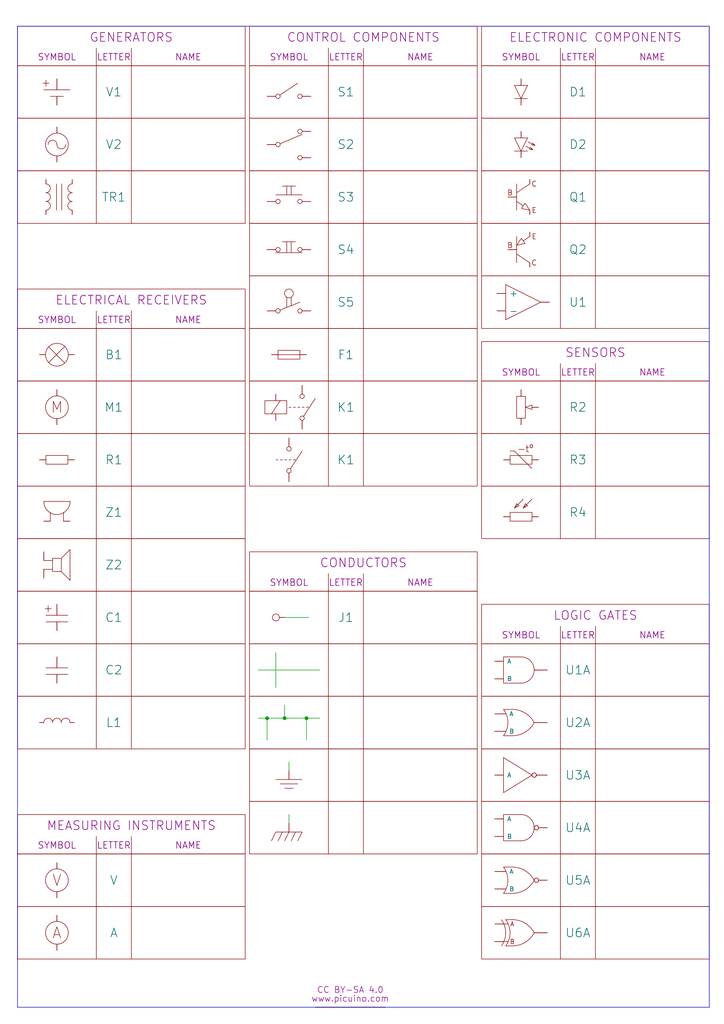
<source format=kicad_sch>
(kicad_sch (version 20230121) (generator eeschema)
  (paper "A4" portrait)
  (title_block (title "Símbolos eléctricos y electrónicos.") (date "23/10/2018") (company "www.picuino.com") (comment 1 "Copyright (c) 2018 by Carlos Pardo Martín") (comment 2 "License CC BY-SA 4.0"))
  (lib_symbols
    (symbol "electric-symbols-names-rescue:amperimetro-simbolos" (pin_names (offset 1.016))
      (property "Reference" "A" (at 5.08 -5.08 0))
      (symbol "amperimetro-simbolos_0_0"
        (text "A" (at 0 -5.08 0) (effects (font (size 3.175 3.175))))
      )
      (symbol "amperimetro-simbolos_0_1"
        (circle (center 0 -5.08) (radius 3.302))
      )
      (symbol "amperimetro-simbolos_1_1"
        (pin input line (at 0 -10.16 90) (length 1.778) (name "") (number ""))
        (pin input line (at 0 0 270) (length 1.778) (name "") (number ""))
      )
    )
    (symbol "electric-symbols-names-rescue:condensador-simbolos" (pin_names (offset 1.016))
      (property "Reference" "C" (at 3.81 -4.445 0))
      (symbol "condensador-simbolos_0_1"
        (polyline (pts (xy -3.175 -3.175) (xy 3.175 -3.175)))
        (polyline (pts (xy 3.175 -5.08) (xy -3.175 -5.08)))
      )
      (symbol "condensador-simbolos_1_1"
        (pin input line (at 0 -7.62 90) (length 2.54) (name "") (number ""))
        (pin input line (at 0 0 270) (length 3.175) (name "") (number ""))
      )
    )
    (symbol "electric-symbols-names-rescue:condensador_pol-simbolos" (pin_names (offset 1.016))
      (property "Reference" "C" (at 3.81 -4.445 0))
      (symbol "condensador_pol-simbolos_0_1"
        (polyline (pts (xy -3.175 -3.175) (xy 3.175 -3.175)))
        (polyline (pts (xy -2.54 -0.381) (xy -2.54 -2.159)))
        (polyline (pts (xy -1.651 -1.27) (xy -3.429 -1.27)))
        (polyline (pts (xy 3.175 -5.08) (xy -3.175 -5.08)))
      )
      (symbol "condensador_pol-simbolos_1_1"
        (pin input line (at 0 -7.62 90) (length 2.54) (name "") (number ""))
        (pin input line (at 0 0 270) (length 3.175) (name "") (number ""))
      )
    )
    (symbol "electric-symbols-names-rescue:conector-simbolos" (pin_names (offset 1.016))
      (symbol "conector-simbolos_0_1"
        (circle (center 2.54 0) (radius 1.016))
      )
      (symbol "conector-simbolos_1_1"
        (pin input line (at 0 0 0) (length 1.524) (name "") (number ""))
      )
    )
    (symbol "electric-symbols-names-rescue:diodo-simbolos" (pin_names (offset 1.016))
      (property "Reference" "D" (at 2.54 -3.81 0))
      (symbol "diodo-simbolos_0_1"
        (polyline (pts (xy 1.905 -5.715) (xy -1.905 -5.715)))
        (polyline (pts (xy 1.905 -1.905) (xy -1.905 -1.905) (xy 0 -5.715) (xy 1.905 -1.905)))
      )
      (symbol "diodo-simbolos_1_1"
        (pin input line (at 0 -7.62 90) (length 1.905) (name "") (number ""))
        (pin input line (at 0 0 270) (length 1.905) (name "") (number ""))
      )
    )
    (symbol "electric-symbols-names-rescue:diodo_led-simbolos" (pin_names (offset 1.016))
      (property "Reference" "D" (at 5.08 -3.81 0))
      (symbol "diodo_led-simbolos_0_1"
        (polyline (pts (xy 1.397 -4.318) (xy 3.429 -5.334)))
        (polyline (pts (xy 1.905 -5.715) (xy -1.905 -5.715)))
        (polyline (pts (xy 2.032 -3.048) (xy 4.064 -4.064)))
        (polyline (pts (xy 3.429 -5.334) (xy 2.3622 -5.1816)))
        (polyline (pts (xy 3.429 -5.334) (xy 2.667 -4.572)))
        (polyline (pts (xy 4.064 -4.064) (xy 2.9972 -3.9116)))
        (polyline (pts (xy 4.064 -4.064) (xy 3.302 -3.302)))
        (polyline (pts (xy 1.905 -1.905) (xy -1.905 -1.905) (xy 0 -5.715) (xy 1.905 -1.905)))
      )
      (symbol "diodo_led-simbolos_1_1"
        (pin input line (at 0 -7.62 90) (length 1.905) (name "") (number ""))
        (pin input line (at 0 0 270) (length 1.905) (name "") (number ""))
      )
    )
    (symbol "electric-symbols-names-rescue:final_carrera-simbolos" (pin_names (offset 1.016))
      (property "Reference" "S" (at 4.445 3.175 0))
      (symbol "final_carrera-simbolos_0_0"
        (polyline (pts (xy 5.715 1.016) (xy 5.715 3.937)))
        (polyline (pts (xy 6.985 1.524) (xy 6.985 3.937)))
        (polyline (pts (xy 9.525 2.54) (xy 3.81 0.254)))
        (circle (center 3.175 0) (radius 0.635))
        (circle (center 6.35 5.08) (radius 1.27))
        (circle (center 9.525 0) (radius 0.635))
      )
      (symbol "final_carrera-simbolos_1_1"
        (pin input line (at 0 0 0) (length 2.54) (name "") (number ""))
        (pin input line (at 12.7 0 180) (length 2.54) (name "") (number ""))
      )
    )
    (symbol "electric-symbols-names-rescue:fusible-simbolos" (pin_names (offset 1.016))
      (property "Reference" "F" (at 1.905 -5.08 0))
      (symbol "fusible-simbolos_0_0"
        (polyline (pts (xy 0 -1.27) (xy 0 -8.89)))
      )
      (symbol "fusible-simbolos_0_1"
        (rectangle (start -1.27 -1.905) (end 1.27 -8.255))
      )
      (symbol "fusible-simbolos_1_1"
        (pin input line (at 0 -10.16 90) (length 1.905) (name "") (number ""))
        (pin input line (at 0 0 270) (length 1.905) (name "") (number ""))
      )
    )
    (symbol "electric-symbols-names-rescue:generador-simbolos" (pin_names (offset 1.016))
      (property "Reference" "V" (at 4.445 -5.08 0))
      (symbol "generador-simbolos_0_0"
        (arc (start 0 -5.08) (mid -1.27 -3.8155) (end -2.54 -5.08))
        (arc (start 0 -5.08) (mid 1.27 -6.3445) (end 2.54 -5.08))
      )
      (symbol "generador-simbolos_0_1"
        (circle (center 0 -5.08) (radius 3.302))
      )
      (symbol "generador-simbolos_1_1"
        (pin input line (at 0 -10.16 90) (length 1.778) (name "") (number ""))
        (pin input line (at 0 0 270) (length 1.778) (name "") (number ""))
      )
    )
    (symbol "electric-symbols-names-rescue:inductancia-simbolos" (pin_names (offset 1.016))
      (property "Reference" "L" (at 0.635 -5.08 0))
      (symbol "inductancia-simbolos_0_1"
        (arc (start 0 -6.35) (mid -1.2645 -7.62) (end 0 -8.89))
        (arc (start 0 -3.81) (mid -1.2645 -5.08) (end 0 -6.35))
        (arc (start 0 -1.27) (mid -1.2645 -2.54) (end 0 -3.81))
      )
      (symbol "inductancia-simbolos_1_1"
        (pin input line (at 0 -10.16 90) (length 1.27) (name "") (number ""))
        (pin input line (at 0 0 270) (length 1.27) (name "") (number ""))
      )
    )
    (symbol "electric-symbols-names-rescue:lampara-simbolos" (pin_names (offset 1.016))
      (property "Reference" "L" (at 4.445 -5.08 0))
      (symbol "lampara-simbolos_0_1"
        (circle (center 0 -5.08) (radius 3.302))
        (polyline (pts (xy -2.286 -7.493) (xy 2.286 -2.921)))
        (polyline (pts (xy -2.286 -2.921) (xy 2.286 -7.493)))
      )
      (symbol "lampara-simbolos_1_1"
        (pin input line (at 0 -10.16 90) (length 1.778) (name "") (number ""))
        (pin input line (at 0 0 270) (length 1.778) (name "") (number ""))
      )
    )
    (symbol "electric-symbols-names-rescue:logic_and-simbolos" (pin_names (offset 1.016))
      (property "Reference" "U1" (at 24.13 -2.54 0))
      (symbol "logic_and-simbolos_0_1"
        (polyline (pts (xy 7.62 1.27) (xy 2.54 1.27) (xy 2.54 -6.35) (xy 7.62 -6.35)))
        (arc (start 7.62 -6.35) (mid 11.4134 -2.54) (end 7.62 1.27))
      )
      (symbol "logic_and-simbolos_1_1"
        (pin output line (at 15.24 -2.54 180) (length 3.81) (name "") (number ""))
        (pin input line (at 0 0 0) (length 2.54) (name "A") (number ""))
        (pin input line (at 0 -5.08 0) (length 2.54) (name "B") (number ""))
      )
      (symbol "logic_and-simbolos_2_1"
        (pin input line (at 0 0 0) (length 2.54) (name "A") (number "4"))
        (pin input line (at 0 -5.08 0) (length 2.54) (name "B") (number "5"))
        (pin output line (at 15.24 -2.54 180) (length 3.81) (name "") (number "6"))
      )
      (symbol "logic_and-simbolos_3_1"
        (pin input line (at 0 -5.08 0) (length 2.54) (name "B") (number "10"))
        (pin output line (at 15.24 -2.54 180) (length 3.81) (name "") (number "8"))
        (pin input line (at 0 0 0) (length 2.54) (name "A") (number "9"))
      )
      (symbol "logic_and-simbolos_4_1"
        (pin output line (at 15.24 -2.54 180) (length 3.81) (name "") (number "11"))
        (pin input line (at 0 0 0) (length 2.54) (name "A") (number "12"))
        (pin input line (at 0 -5.08 0) (length 2.54) (name "B") (number "13"))
      )
    )
    (symbol "electric-symbols-names-rescue:logic_nand-simbolos" (pin_names (offset 1.016))
      (property "Reference" "U4" (at 24.13 -2.54 0))
      (symbol "logic_nand-simbolos_0_1"
        (polyline (pts (xy 7.62 1.27) (xy 2.54 1.27) (xy 2.54 -6.35) (xy 7.62 -6.35)))
        (arc (start 7.62 -6.35) (mid 11.4134 -2.54) (end 7.62 1.27))
      )
      (symbol "logic_nand-simbolos_1_1"
        (pin output inverted (at 15.24 -2.54 180) (length 3.81) (name "") (number ""))
        (pin input line (at 0 0 0) (length 2.54) (name "A") (number ""))
        (pin input line (at 0 -5.08 0) (length 2.54) (name "B") (number ""))
      )
      (symbol "logic_nand-simbolos_2_1"
        (pin input line (at 0 0 0) (length 2.54) (name "A") (number "4"))
        (pin input line (at 0 -5.08 0) (length 2.54) (name "B") (number "5"))
        (pin output inverted (at 15.24 -2.54 180) (length 3.81) (name "") (number "6"))
      )
      (symbol "logic_nand-simbolos_3_1"
        (pin input line (at 0 -5.08 0) (length 2.54) (name "B") (number "10"))
        (pin output inverted (at 15.24 -2.54 180) (length 3.81) (name "") (number "8"))
        (pin input line (at 0 0 0) (length 2.54) (name "A") (number "9"))
      )
      (symbol "logic_nand-simbolos_4_1"
        (pin output inverted (at 15.24 -2.54 180) (length 3.81) (name "") (number "11"))
        (pin input line (at 0 0 0) (length 2.54) (name "A") (number "12"))
        (pin input line (at 0 -5.08 0) (length 2.54) (name "B") (number "13"))
      )
    )
    (symbol "electric-symbols-names-rescue:logic_nor-simbolos" (pin_names (offset 1.016))
      (property "Reference" "U5" (at 24.13 -2.54 0))
      (symbol "logic_nor-simbolos_0_1"
        (polyline (pts (xy 2.54 -6.35) (xy 5.08 -6.35)))
        (polyline (pts (xy 5.08 1.27) (xy 2.54 1.27)))
        (arc (start 2.54 -6.35) (mid 3.81 -2.54) (end 2.54 1.27))
        (arc (start 5.08 -6.35) (mid 8.784 -5.3291) (end 11.43 -2.54))
        (arc (start 11.43 -2.54) (mid 8.7865 0.2471) (end 5.08 1.27))
      )
      (symbol "logic_nor-simbolos_1_1"
        (pin output inverted (at 15.24 -2.54 180) (length 3.81) (name "") (number ""))
        (pin input line (at 0 0 0) (length 3.175) (name "A") (number ""))
        (pin input line (at 0 -5.08 0) (length 3.175) (name "B") (number ""))
      )
      (symbol "logic_nor-simbolos_2_1"
        (pin input line (at 0 0 0) (length 3.175) (name "A") (number "4"))
        (pin input line (at 0 -5.08 0) (length 3.175) (name "B") (number "5"))
        (pin output inverted (at 15.24 -2.54 180) (length 3.81) (name "") (number "6"))
      )
      (symbol "logic_nor-simbolos_3_1"
        (pin input line (at 0 -5.08 0) (length 3.175) (name "B") (number "10"))
        (pin output inverted (at 15.24 -2.54 180) (length 3.81) (name "") (number "8"))
        (pin input line (at 0 0 0) (length 3.175) (name "A") (number "9"))
      )
      (symbol "logic_nor-simbolos_4_1"
        (pin output inverted (at 15.24 -2.54 180) (length 3.81) (name "") (number "11"))
        (pin input line (at 0 0 0) (length 3.175) (name "A") (number "12"))
        (pin input line (at 0 -5.08 0) (length 3.175) (name "B") (number "13"))
      )
    )
    (symbol "electric-symbols-names-rescue:logic_not-simbolos" (pin_names (offset 1.016))
      (property "Reference" "U3" (at 24.13 -2.54 0))
      (symbol "logic_not-simbolos_0_1"
        (polyline (pts (xy 2.54 2.54) (xy 10.795 -2.54) (xy 2.54 -7.62) (xy 2.54 2.54)))
      )
      (symbol "logic_not-simbolos_1_1"
        (pin output inverted (at 15.24 -2.54 180) (length 4.445) (name "") (number ""))
        (pin input line (at 0 -2.54 0) (length 2.54) (name "A") (number ""))
      )
      (symbol "logic_not-simbolos_2_1"
        (pin input line (at 0 -2.54 0) (length 2.54) (name "A") (number "4"))
        (pin output inverted (at 15.24 -2.54 180) (length 4.445) (name "") (number "6"))
      )
      (symbol "logic_not-simbolos_3_1"
        (pin output inverted (at 15.24 -2.54 180) (length 4.445) (name "") (number "8"))
        (pin input line (at 0 -2.54 0) (length 2.54) (name "A") (number "9"))
      )
      (symbol "logic_not-simbolos_4_1"
        (pin output inverted (at 15.24 -2.54 180) (length 4.445) (name "") (number "11"))
        (pin input line (at 0 -2.54 0) (length 2.54) (name "A") (number "12"))
      )
    )
    (symbol "electric-symbols-names-rescue:logic_or-simbolos" (pin_names (offset 1.016))
      (property "Reference" "U2" (at 24.13 -2.54 0))
      (symbol "logic_or-simbolos_0_1"
        (polyline (pts (xy 2.54 -6.35) (xy 5.08 -6.35)))
        (polyline (pts (xy 5.08 1.27) (xy 2.54 1.27)))
        (arc (start 2.54 -6.35) (mid 3.81 -2.54) (end 2.54 1.27))
        (arc (start 5.08 -6.35) (mid 8.784 -5.3291) (end 11.43 -2.54))
        (arc (start 11.43 -2.54) (mid 8.7865 0.2471) (end 5.08 1.27))
      )
      (symbol "logic_or-simbolos_1_1"
        (pin output line (at 15.24 -2.54 180) (length 3.81) (name "") (number ""))
        (pin input line (at 0 0 0) (length 3.175) (name "A") (number ""))
        (pin input line (at 0 -5.08 0) (length 3.175) (name "B") (number ""))
      )
      (symbol "logic_or-simbolos_2_1"
        (pin input line (at 0 0 0) (length 3.175) (name "A") (number "4"))
        (pin input line (at 0 -5.08 0) (length 3.175) (name "B") (number "5"))
        (pin output line (at 15.24 -2.54 180) (length 3.81) (name "") (number "6"))
      )
      (symbol "logic_or-simbolos_3_1"
        (pin input line (at 0 -5.08 0) (length 3.175) (name "B") (number "10"))
        (pin output line (at 15.24 -2.54 180) (length 3.81) (name "") (number "8"))
        (pin input line (at 0 0 0) (length 3.175) (name "A") (number "9"))
      )
      (symbol "logic_or-simbolos_4_1"
        (pin output line (at 15.24 -2.54 180) (length 3.81) (name "") (number "11"))
        (pin input line (at 0 0 0) (length 3.175) (name "A") (number "12"))
        (pin input line (at 0 -5.08 0) (length 3.175) (name "B") (number "13"))
      )
    )
    (symbol "electric-symbols-names-rescue:logic_xor-simbolos" (pin_names (offset 1.016))
      (property "Reference" "U6" (at 24.13 -2.54 0))
      (symbol "logic_xor-simbolos_0_0"
        (text "A" (at 5.08 0 0) (effects (font (size 1.27 1.27))))
        (text "B" (at 5.08 -5.08 0) (effects (font (size 1.27 1.27))))
      )
      (symbol "logic_xor-simbolos_0_1"
        (polyline (pts (xy 3.175 -6.35) (xy 5.08 -6.35)))
        (polyline (pts (xy 3.175 1.27) (xy 5.08 1.27)))
        (polyline (pts (xy 3.81 -5.08) (xy 2.54 -5.08)))
        (polyline (pts (xy 3.81 0) (xy 2.54 0)))
        (arc (start 1.905 -6.35) (mid 3.175 -2.54) (end 1.905 1.27))
        (arc (start 3.175 -6.35) (mid 4.445 -2.54) (end 3.175 1.27))
        (arc (start 5.08 -6.35) (mid 8.784 -5.3291) (end 11.43 -2.54))
        (arc (start 11.43 -2.54) (mid 8.7865 0.2471) (end 5.08 1.27))
      )
      (symbol "logic_xor-simbolos_1_1"
        (pin input line (at 0 -5.08 0) (length 2.54) (name "") (number ""))
        (pin input line (at 0 0 0) (length 2.54) (name "") (number ""))
        (pin output line (at 15.24 -2.54 180) (length 3.81) (name "") (number ""))
      )
      (symbol "logic_xor-simbolos_2_1"
        (pin input line (at 0 0 0) (length 2.54) (name "") (number "4"))
        (pin input line (at 0 -5.08 0) (length 2.54) (name "") (number "5"))
        (pin output line (at 15.24 -2.54 180) (length 3.81) (name "") (number "6"))
      )
      (symbol "logic_xor-simbolos_3_1"
        (pin input line (at 0 -5.08 0) (length 2.54) (name "") (number "10"))
        (pin output line (at 15.24 -2.54 180) (length 3.81) (name "") (number "8"))
        (pin input line (at 0 0 0) (length 2.54) (name "") (number "9"))
      )
      (symbol "logic_xor-simbolos_4_1"
        (pin output line (at 15.24 -2.54 180) (length 3.81) (name "") (number "11"))
        (pin input line (at 0 0 0) (length 2.54) (name "") (number "12"))
        (pin input line (at 0 -5.08 0) (length 2.54) (name "") (number "13"))
      )
    )
    (symbol "electric-symbols-names-rescue:marco_1-simbolos" (pin_names (offset 1.016))
      (symbol "marco_1-simbolos_0_1"
        (polyline (pts (xy 22.86 0) (xy 33.02 0) (xy 33.02 -15.24) (xy 22.86 -15.24)))
        (polyline (pts (xy 33.02 0) (xy 66.04 0) (xy 66.04 -15.24) (xy 33.02 -15.24)))
        (polyline (pts (xy 0 0) (xy 0 -15.24) (xy 22.86 -15.24) (xy 22.86 0) (xy 0 0)))
      )
    )
    (symbol "electric-symbols-names-rescue:marco_2-simbolos" (pin_names (offset 1.016))
      (property "Field4" "TYPE" (at 33.02 -4.445 0))
      (property "Field5" "SYMBOL" (at 11.43 -11.43 0))
      (property "Field6" "LETTER" (at 27.94 -11.43 0))
      (property "Field7" "NAME" (at 48.26 -11.43 0))
      (symbol "marco_2-simbolos_0_1"
        (polyline (pts (xy 22.86 -12.7) (xy 33.02 -12.7) (xy 33.02 -7.62)))
        (polyline (pts (xy 33.02 -12.7) (xy 66.04 -12.7) (xy 66.04 -7.62)))
        (polyline (pts (xy 0 -7.62) (xy 0 -12.7) (xy 22.86 -12.7) (xy 22.86 -7.62)))
        (polyline (pts (xy 66.04 -7.62) (xy 66.04 -1.27) (xy 0 -1.27) (xy 0 -7.62)))
      )
    )
    (symbol "electric-symbols-names-rescue:masa-simbolos" (pin_names (offset 1.016))
      (symbol "masa-simbolos_0_0"
        (polyline (pts (xy -3.81 -2.54) (xy -5.08 -5.08)))
        (polyline (pts (xy -3.81 -2.54) (xy 3.81 -2.54)))
        (polyline (pts (xy -1.905 -2.54) (xy -3.175 -5.08)))
        (polyline (pts (xy 0 -2.54) (xy -1.27 -5.08)))
        (polyline (pts (xy 1.905 -2.54) (xy 0.635 -5.08)))
        (polyline (pts (xy 3.81 -2.54) (xy 2.54 -5.08)))
      )
      (symbol "masa-simbolos_1_1"
        (pin input line (at 0 0 270) (length 2.54) (name "") (number ""))
      )
    )
    (symbol "electric-symbols-names-rescue:motor-simbolos" (pin_names (offset 1.016))
      (property "Reference" "M" (at 4.445 -5.08 0))
      (symbol "motor-simbolos_0_0"
        (text "M" (at 0 -5.08 0) (effects (font (size 3.175 3.175))))
      )
      (symbol "motor-simbolos_0_1"
        (circle (center 0 -5.08) (radius 3.302))
      )
      (symbol "motor-simbolos_1_1"
        (pin input line (at 0 -10.16 90) (length 1.778) (name "") (number ""))
        (pin input line (at 0 0 270) (length 1.778) (name "") (number ""))
      )
    )
    (symbol "electric-symbols-names-rescue:pulsador_na-simbolos" (pin_names (offset 1.016))
      (property "Reference" "S" (at 1.905 3.175 0))
      (symbol "pulsador_na-simbolos_0_0"
        (polyline (pts (xy 2.54 1.905) (xy 10.16 1.905)))
        (polyline (pts (xy 4.445 4.445) (xy 8.255 4.445)))
        (polyline (pts (xy 5.715 1.905) (xy 5.715 4.445)))
        (polyline (pts (xy 6.985 4.445) (xy 6.985 1.905)))
        (circle (center 3.175 0) (radius 0.635))
        (circle (center 9.525 0) (radius 0.635))
      )
      (symbol "pulsador_na-simbolos_1_1"
        (pin input line (at 0 0 0) (length 2.54) (name "") (number ""))
        (pin input line (at 12.7 0 180) (length 2.54) (name "") (number ""))
      )
    )
    (symbol "electric-symbols-names-rescue:pulsador_nc-simbolos" (pin_names (offset 1.016))
      (property "Reference" "S" (at 3.81 3.175 0))
      (symbol "pulsador_nc-simbolos_0_0"
        (polyline (pts (xy 2.54 -0.889) (xy 10.16 -0.889)))
        (polyline (pts (xy 4.445 2.286) (xy 8.255 2.286)))
        (polyline (pts (xy 5.715 -0.889) (xy 5.715 2.286)))
        (polyline (pts (xy 6.985 -0.889) (xy 6.985 2.286)))
        (circle (center 3.175 0) (radius 0.635))
        (circle (center 9.525 0) (radius 0.635))
      )
      (symbol "pulsador_nc-simbolos_1_1"
        (pin input line (at 0 0 0) (length 2.54) (name "") (number ""))
        (pin input line (at 12.7 0 180) (length 2.54) (name "") (number ""))
      )
    )
    (symbol "electric-symbols-names-rescue:rele-simbolos" (pin_names (offset 1.016))
      (property "Reference" "K" (at -4.445 -3.81 0))
      (symbol "rele-simbolos_0_0"
        (rectangle (start -3.175 -1.905) (end 3.175 -5.715))
        (polyline (pts (xy 1.27 -1.905) (xy -1.27 -5.715)))
        (polyline (pts (xy 3.81 -3.81) (xy 4.445 -3.81)))
        (polyline (pts (xy 5.08 -3.81) (xy 5.715 -3.81)))
        (polyline (pts (xy 6.35 -3.81) (xy 6.985 -3.81)))
        (polyline (pts (xy 7.62 -3.81) (xy 8.255 -3.81)))
        (polyline (pts (xy 8.89 -3.81) (xy 9.525 -3.81)))
      )
      (symbol "rele-simbolos_1_0"
        (polyline (pts (xy 11.43 -1.27) (xy 8.001 -6.477)))
        (circle (center 7.62 -6.985) (radius 0.635))
        (circle (center 7.62 -0.635) (radius 0.635))
      )
      (symbol "rele-simbolos_1_1"
        (pin input line (at 0 -7.62 90) (length 1.905) (name "") (number ""))
        (pin input line (at 0 0 270) (length 1.905) (name "") (number ""))
        (pin input line (at 7.62 -10.16 90) (length 2.54) (name "") (number ""))
        (pin input line (at 7.62 2.54 270) (length 2.54) (name "") (number ""))
      )
    )
    (symbol "electric-symbols-names-rescue:rele_contacto-simbolos" (pin_names (offset 1.016))
      (property "Reference" "K" (at 1.27 -1.27 0))
      (symbol "rele_contacto-simbolos_0_0"
        (polyline (pts (xy -3.81 -6.35) (xy -3.175 -6.35)))
        (polyline (pts (xy -2.54 -6.35) (xy -1.905 -6.35)))
        (polyline (pts (xy -1.27 -6.35) (xy -0.635 -6.35)))
        (polyline (pts (xy 0 -6.35) (xy 0.635 -6.35)))
        (polyline (pts (xy 1.27 -6.35) (xy 1.905 -6.35)))
      )
      (symbol "rele_contacto-simbolos_1_0"
        (circle (center 0 -9.525) (radius 0.635))
        (circle (center 0 -3.175) (radius 0.635))
        (polyline (pts (xy 3.81 -3.81) (xy 0.381 -9.017)))
      )
      (symbol "rele_contacto-simbolos_1_1"
        (pin input line (at 0 -12.7 90) (length 2.54) (name "") (number ""))
        (pin input line (at 0 0 270) (length 2.54) (name "") (number ""))
      )
    )
    (symbol "electric-symbols-names-rescue:resistencia-simbolos" (pin_names (offset 1.016))
      (property "Reference" "R" (at 1.905 -5.08 0))
      (symbol "resistencia-simbolos_0_1"
        (rectangle (start -1.27 -1.905) (end 1.27 -8.255))
      )
      (symbol "resistencia-simbolos_1_1"
        (pin input line (at 0 -10.16 90) (length 1.905) (name "") (number ""))
        (pin input line (at 0 0 270) (length 1.905) (name "") (number ""))
      )
    )
    (symbol "electric-symbols-names-rescue:selector-simbolos" (pin_names (offset 1.016))
      (property "Reference" "S" (at 4.445 3.175 0))
      (symbol "selector-simbolos_0_0"
        (circle (center 3.175 0) (radius 0.635))
        (circle (center 9.525 -3.81) (radius 0.635))
        (circle (center 9.525 3.81) (radius 0.635))
      )
      (symbol "selector-simbolos_0_1"
        (polyline (pts (xy 10.16 2.921) (xy 3.81 0.254)))
      )
      (symbol "selector-simbolos_1_1"
        (pin input line (at 0 0 0) (length 2.54) (name "") (number ""))
        (pin input line (at 12.7 -3.81 180) (length 2.54) (name "") (number ""))
        (pin input line (at 12.7 3.81 180) (length 2.54) (name "") (number ""))
      )
    )
    (symbol "electric-symbols-names-rescue:switch-simbolos" (pin_names (offset 1.016))
      (property "Reference" "S" (at 4.445 3.175 0))
      (symbol "switch-simbolos_0_0"
        (polyline (pts (xy 8.89 3.81) (xy 3.683 0.381)))
        (circle (center 3.175 0) (radius 0.635))
        (circle (center 9.525 0) (radius 0.635))
      )
      (symbol "switch-simbolos_1_1"
        (pin input line (at 0 0 0) (length 2.54) (name "") (number ""))
        (pin input line (at 12.7 0 180) (length 2.54) (name "") (number ""))
      )
    )
    (symbol "simbolos-electricos:CopyRight" (pin_names (offset 1.016))
      (property "License" "CC BY-SA 4.0" (at 0 5.715 0))
      (property "Web" "www.picuino.com" (at 0 2.54 0))
      (symbol "CopyRight_0_1"
        (polyline (pts (xy -10.16 0) (xy 10.16 0)) (stroke (width 0.2032)))
      )
    )
    (symbol "simbolos-electricos:LDR" (pin_names (offset 1.016))
      (property "Reference" "R" (at 1.905 -5.08 0))
      (symbol "LDR_0_1"
        (rectangle (start -1.27 -1.905) (end 1.27 -8.255))
        (polyline (pts (xy -2.54 -6.985) (xy -5.08 -4.445)))
        (polyline (pts (xy -2.54 -4.445) (xy -5.08 -1.905)))
        (polyline (pts (xy -2.54 -6.985) (xy -3.175 -5.715) (xy -3.81 -6.35) (xy -2.54 -6.985)))
        (polyline (pts (xy -2.54 -4.445) (xy -3.175 -3.175) (xy -3.81 -3.81) (xy -2.54 -4.445)))
      )
      (symbol "LDR_1_1"
        (pin input line (at 0 -10.16 90) (length 1.905) (name "") (number ""))
        (pin input line (at 0 0 270) (length 1.905) (name "") (number ""))
      )
    )
    (symbol "simbolos-electricos:NPN" (pin_names (offset 1.016))
      (property "Reference" "Q1" (at 11.43 -5.08 0))
      (symbol "NPN_0_0"
        (polyline (pts (xy 4.445 -7.62) (xy 2.54 -6.35)))
        (text "C" (at 7.62 -1.27 0) (effects (font (size 1.524 1.524))))
        (text "E" (at 7.62 -8.89 0) (effects (font (size 1.524 1.524))))
      )
      (symbol "NPN_0_1"
        (polyline (pts (xy 2.54 -3.81) (xy 6.35 -1.27)))
        (polyline (pts (xy 2.54 -1.27) (xy 2.54 -8.89)))
        (polyline (pts (xy 4.953 -6.858) (xy 3.937 -8.382) (xy 6.35 -8.89) (xy 4.953 -6.858)))
      )
      (symbol "NPN_1_0"
        (text "B" (at 0.635 -3.81 0) (effects (font (size 1.524 1.524))))
      )
      (symbol "NPN_1_1"
        (pin input line (at 0 -5.08 0) (length 2.54) (name "") (number ""))
        (pin input line (at 6.35 -10.16 90) (length 1.27) (name "") (number ""))
        (pin input line (at 6.35 0 270) (length 1.27) (name "") (number ""))
      )
    )
    (symbol "simbolos-electricos:NTC" (pin_names (offset 1.016))
      (property "Reference" "R" (at 1.905 -5.08 0))
      (symbol "NTC_0_1"
        (rectangle (start -1.27 -1.905) (end 1.27 -8.255))
      )
      (symbol "NTC_1_0"
        (polyline (pts (xy -2.54 -8.255) (xy -2.54 -6.985) (xy 2.54 -1.905)))
        (text "-tº" (at -3.175 -3.81 900) (effects (font (size 1.905 1.905))))
      )
      (symbol "NTC_1_1"
        (pin input line (at 0 -10.16 90) (length 1.905) (name "") (number ""))
        (pin input line (at 0 0 270) (length 1.905) (name "") (number ""))
      )
    )
    (symbol "simbolos-electricos:OA" (pin_names (offset 1.016))
      (property "Reference" "U" (at 6.35 -3.81 0))
      (symbol "OA_0_1"
        (polyline (pts (xy 0 5.08) (xy 0 -5.08) (xy 10.16 0) (xy 0 5.08)))
      )
      (symbol "OA_1_1"
        (pin output line (at 12.7 0 180) (length 2.54) (name "") (number ""))
        (pin input line (at -2.54 2.54 0) (length 2.54) (name "+") (number ""))
        (pin input line (at -2.54 -2.54 0) (length 2.54) (name "-") (number ""))
      )
    )
    (symbol "simbolos-electricos:PNP" (pin_names (offset 1.016))
      (property "Reference" "Q2" (at 10.795 -5.08 0))
      (symbol "PNP_0_0"
        (polyline (pts (xy 4.445 -2.54) (xy 6.35 -1.27)))
        (text "B" (at 0.635 -3.81 0) (effects (font (size 1.524 1.524))))
        (text "C" (at 7.62 -8.89 0) (effects (font (size 1.524 1.524))))
        (text "E" (at 7.62 -1.27 0) (effects (font (size 1.524 1.524))))
      )
      (symbol "PNP_0_1"
        (polyline (pts (xy 2.54 -1.27) (xy 2.54 -8.89)))
        (polyline (pts (xy 6.35 -8.89) (xy 2.54 -6.35)))
        (polyline (pts (xy 4.953 -3.302) (xy 3.937 -1.778) (xy 2.54 -3.81) (xy 4.953 -3.302)))
      )
      (symbol "PNP_1_1"
        (pin input line (at 0 -5.08 0) (length 2.54) (name "") (number ""))
        (pin input line (at 6.35 -10.16 90) (length 1.27) (name "") (number ""))
        (pin input line (at 6.35 0 270) (length 1.27) (name "") (number ""))
      )
    )
    (symbol "simbolos-electricos:Pila" (pin_names (offset 1.016))
      (property "Reference" "V" (at 5.08 -4.445 0))
      (symbol "Pila_0_1"
        (polyline (pts (xy -4.064 -1.27) (xy -2.286 -1.27)))
        (polyline (pts (xy -3.81 -3.175) (xy 3.81 -3.175)))
        (polyline (pts (xy -3.175 -0.381) (xy -3.175 -2.159)))
        (polyline (pts (xy -1.905 -5.08) (xy 1.905 -5.08)))
      )
      (symbol "Pila_1_1"
        (pin input line (at 0 -7.62 90) (length 2.54) (name "") (number ""))
        (pin input line (at 0 0 270) (length 3.175) (name "") (number ""))
      )
    )
    (symbol "simbolos-electricos:altavoz" (pin_names (offset 1.016))
      (property "Reference" "Z" (at 5.715 0.635 0))
      (symbol "altavoz_0_0"
        (polyline (pts (xy 0 -5.08) (xy 2.54 -5.08)))
        (polyline (pts (xy 0 -2.54) (xy 2.54 -2.54)))
        (polyline (pts (xy 5.08 -1.905) (xy 7.62 0.635) (xy 7.62 -8.255) (xy 5.08 -5.715)))
        (rectangle (start 2.54 -1.905) (end 5.08 -5.715))
      )
      (symbol "altavoz_1_1"
        (pin input line (at 0 -7.62 90) (length 2.54) (name "") (number ""))
        (pin input line (at 0 0 270) (length 2.54) (name "") (number ""))
      )
    )
    (symbol "simbolos-electricos:potenciometro" (pin_names (offset 1.016))
      (property "Reference" "R" (at 1.905 -1.905 0))
      (symbol "potenciometro_0_1"
        (rectangle (start -1.27 -1.905) (end 1.27 -8.255))
        (polyline (pts (xy 1.27 -5.08) (xy 3.175 -4.445) (xy 3.175 -5.715) (xy 1.27 -5.08)))
      )
      (symbol "potenciometro_1_1"
        (pin input line (at 0 -10.16 90) (length 1.905) (name "") (number ""))
        (pin input line (at 0 0 270) (length 1.905) (name "") (number ""))
        (pin input line (at 5.08 -5.08 180) (length 1.905) (name "") (number ""))
      )
    )
    (symbol "simbolos-electricos:tierra" (pin_names (offset 1.016))
      (symbol "tierra_0_0"
        (polyline (pts (xy -3.81 -2.54) (xy 3.81 -2.54)))
        (polyline (pts (xy -2.54 -3.81) (xy 2.54 -3.81)))
        (polyline (pts (xy -1.27 -5.08) (xy 1.27 -5.08)))
      )
      (symbol "tierra_1_1"
        (pin input line (at 0 0 270) (length 2.54) (name "") (number ""))
      )
    )
    (symbol "simbolos-electricos:transformador" (pin_names (offset 1.016))
      (property "Reference" "TR" (at 8.89 -5.08 0))
      (symbol "transformador_0_1"
        (arc (start 0 -8.89) (mid 1.2645 -7.62) (end 0 -6.35))
        (arc (start 0 -6.35) (mid 1.2645 -5.08) (end 0 -3.81))
        (arc (start 0 -3.81) (mid 1.2645 -2.54) (end 0 -1.27))
        (polyline (pts (xy 3.048 -1.27) (xy 3.048 -8.89)))
        (polyline (pts (xy 4.572 -1.27) (xy 4.572 -8.89)))
        (arc (start 7.62 -6.35) (mid 6.3555 -7.62) (end 7.62 -8.89))
        (arc (start 7.62 -3.81) (mid 6.3555 -5.08) (end 7.62 -6.35))
        (arc (start 7.62 -1.27) (mid 6.3555 -2.54) (end 7.62 -3.81))
      )
      (symbol "transformador_1_1"
        (pin input line (at 0 -10.16 90) (length 1.27) (name "") (number ""))
        (pin input line (at 0 0 270) (length 1.27) (name "") (number ""))
        (pin input line (at 7.62 -10.16 90) (length 1.27) (name "") (number ""))
        (pin input line (at 7.62 0 270) (length 1.27) (name "") (number ""))
      )
    )
    (symbol "simbolos-electricos:voltimetro" (pin_names (offset 1.016))
      (property "Reference" "V" (at 5.08 -5.08 0))
      (symbol "voltimetro_0_0"
        (text "V" (at 0 -5.08 0) (effects (font (size 3.175 3.175))))
      )
      (symbol "voltimetro_0_1"
        (circle (center 0 -5.08) (radius 3.302))
      )
      (symbol "voltimetro_1_1"
        (pin input line (at 0 -10.16 90) (length 1.778) (name "") (number ""))
        (pin input line (at 0 0 270) (length 1.778) (name "") (number ""))
      )
    )
    (symbol "simbolos-electricos:zumbador" (pin_names (offset 1.016))
      (property "Reference" "Z" (at 3.81 8.255 0))
      (symbol "zumbador_0_0"
        (polyline (pts (xy 0 5.715) (xy 7.62 5.715)))
        (polyline (pts (xy 1.905 0) (xy 1.905 2.54)))
        (polyline (pts (xy 5.715 0) (xy 5.715 2.54)))
        (arc (start 0 5.715) (mid 3.81 1.9216) (end 7.62 5.715))
      )
      (symbol "zumbador_1_1"
        (pin input line (at 0 0 0) (length 1.905) (name "") (number ""))
        (pin input line (at 7.62 0 180) (length 1.905) (name "") (number ""))
      )
    )
  )
  (junction (at 82.55 208.28))
  (junction (at 77.47 208.28))
  (junction (at 88.9 208.28))
  (polyline (pts (xy 205.74 292.1) (xy 205.74 7.62)))
  (wire (pts (xy 88.9 208.28) (xy 92.71 208.28)))
  (wire (pts (xy 74.93 194.31) (xy 92.71 194.31)))
  (wire (pts (xy 77.47 214.63) (xy 77.47 208.28)))
  (polyline (pts (xy 5.08 7.62) (xy 205.74 7.62)))
  (wire (pts (xy 82.55 179.07) (xy 89.535 179.07)))
  (wire (pts (xy 82.55 208.28) (xy 82.55 204.47)))
  (polyline (pts (xy 5.08 292.1) (xy 5.08 7.62)))
  (wire (pts (xy 74.93 208.28) (xy 77.47 208.28)))
  (wire (pts (xy 83.82 223.52) (xy 83.82 220.98)))
  (wire (pts (xy 83.82 238.76) (xy 83.82 236.22)))
  (wire (pts (xy 77.47 208.28) (xy 82.55 208.28)))
  (wire (pts (xy 88.9 214.63) (xy 88.9 208.28)))
  (polyline (pts (xy 5.08 292.1) (xy 205.74 292.1)))
  (wire (pts (xy 80.01 189.23) (xy 80.01 199.39)))
  (wire (pts (xy 82.55 208.28) (xy 88.9 208.28)))
  (symbol (lib_id "simbolos-electricos:Pila") (at 16.51 22.86 0) (unit 1)
    (property "Reference" "V1" (at 33.02 26.67 0) (effects (font (size 2.54 2.54))))
    (property "Value" "PILA" (effects hide))
  )
  (symbol (lib_id "electric-symbols-names-rescue:switch-simbolos") (at 77.47 27.94 0) (unit 1)
    (property "Reference" "S1" (at 100.33 26.67 0) (effects (font (size 2.54 2.54))))
    (property "Value" "INTERRUPTOR" (effects hide))
  )
  (symbol (lib_id "electric-symbols-names-rescue:lampara-simbolos") (at 21.59 102.87 270) (unit 1)
    (property "Reference" "B1" (at 33.02 102.87 90) (effects (font (size 2.54 2.54))))
    (property "Value" "LÁMPARA" (effects hide))
  )
  (symbol (lib_id "electric-symbols-names-rescue:pulsador_na-simbolos") (at 77.47 58.42 0) (unit 1)
    (property "Reference" "S3" (at 100.33 57.15 0) (effects (font (size 2.54 2.54))))
    (property "Value" "PULSADOR" (effects hide))
    (property "Valor2" "NORMALMENTE" (effects hide))
    (property "Campo5" "ABIERTO" (effects hide))
  )
  (symbol (lib_id "electric-symbols-names-rescue:pulsador_nc-simbolos") (at 77.47 72.39 0) (unit 1)
    (property "Reference" "S4" (at 100.33 72.39 0) (effects (font (size 2.54 2.54))))
    (property "Value" "PULSADOR" (effects hide))
    (property "Valor2" "NORMALMENTE" (effects hide))
    (property "Valor3" "CERRADO" (effects hide))
  )
  (symbol (lib_id "simbolos-electricos:altavoz") (at 12.7 160.02 0) (unit 1)
    (property "Reference" "Z2" (at 33.02 163.83 0) (effects (font (size 2.54 2.54))))
    (property "Value" "ALTAVOZ" (effects hide))
  )
  (symbol (lib_id "electric-symbols-names-rescue:condensador-simbolos") (at 16.51 190.5 0) (unit 1)
    (property "Reference" "C2" (at 33.02 194.31 0) (effects (font (size 2.54 2.54))))
    (property "Value" "CONDENSADOR" (effects hide))
  )
  (symbol (lib_id "electric-symbols-names-rescue:condensador_pol-simbolos") (at 16.51 175.26 0) (unit 1)
    (property "Reference" "C1" (at 33.02 179.07 0) (effects (font (size 2.54 2.54))))
    (property "Value" "CONDENSADOR" (effects hide))
    (property "Campo4" "POLARIZADO" (effects hide))
  )
  (symbol (lib_id "electric-symbols-names-rescue:diodo-simbolos") (at 151.13 22.86 0) (unit 1)
    (property "Reference" "D1" (at 167.64 26.67 0) (effects (font (size 2.54 2.54))))
    (property "Value" "DIODO" (effects hide))
  )
  (symbol (lib_id "electric-symbols-names-rescue:diodo_led-simbolos") (at 151.13 38.1 0) (unit 1)
    (property "Reference" "D2" (at 167.64 41.91 0) (effects (font (size 2.54 2.54))))
    (property "Value" "DIODO LED" (effects hide))
  )
  (symbol (lib_id "electric-symbols-names-rescue:fusible-simbolos") (at 88.9 102.87 270) (unit 1)
    (property "Reference" "F1" (at 100.33 102.87 90) (effects (font (size 2.54 2.54))))
    (property "Value" "FUSIBLE" (effects hide))
  )
  (symbol (lib_id "electric-symbols-names-rescue:generador-simbolos") (at 16.51 36.83 0) (unit 1)
    (property "Reference" "V2" (at 33.02 41.91 0) (effects (font (size 2.54 2.54))))
    (property "Value" "GENERADOR" (effects hide))
  )
  (symbol (lib_id "electric-symbols-names-rescue:inductancia-simbolos") (at 21.59 209.55 270) (unit 1)
    (property "Reference" "L1" (at 33.02 209.55 90) (effects (font (size 2.54 2.54))))
    (property "Value" "INDUCTANCIA" (effects hide))
  )
  (symbol (lib_id "simbolos-electricos:LDR") (at 156.21 149.86 270) (unit 1)
    (property "Reference" "R4" (at 167.64 148.59 90) (effects (font (size 2.54 2.54))))
    (property "Value" "RESISTENCIA" (effects hide))
    (property "Campo4" "LDR" (effects hide))
  )
  (symbol (lib_id "electric-symbols-names-rescue:masa-simbolos") (at 83.82 238.76 0) (unit 1)
    (property "Reference" "V?" (effects hide))
    (property "Value" "CONEXIÓN" (effects hide))
    (property "Campo4" "A MASA" (effects hide))
  )
  (symbol (lib_id "electric-symbols-names-rescue:motor-simbolos") (at 16.51 113.03 0) (unit 1)
    (property "Reference" "M1" (at 33.02 118.11 0) (effects (font (size 2.54 2.54))))
    (property "Value" "MOTOR" (effects hide))
  )
  (symbol (lib_id "simbolos-electricos:NPN") (at 147.32 52.07 0) (unit 1)
    (property "Reference" "Q1" (at 167.64 57.15 0) (effects (font (size 2.54 2.54))))
    (property "Value" "TRANSISTOR" (effects hide))
    (property "Campo4" "NPN" (effects hide))
  )
  (symbol (lib_id "simbolos-electricos:NTC") (at 156.21 133.35 270) (unit 1)
    (property "Reference" "R3" (at 167.64 133.35 90) (effects (font (size 2.54 2.54))))
    (property "Value" "RESISTENCIA" (effects hide))
    (property "Campo4" "NTC" (effects hide))
  )
  (symbol (lib_id "simbolos-electricos:zumbador") (at 12.7 151.13 0) (unit 1)
    (property "Reference" "Z1" (at 33.02 148.59 0) (effects (font (size 2.54 2.54))))
    (property "Value" "ZUMBADOR" (effects hide))
  )
  (symbol (lib_id "simbolos-electricos:transformador") (at 13.335 52.07 0) (unit 1)
    (property "Reference" "TR1" (at 33.02 57.15 0) (effects (font (size 2.54 2.54))))
    (property "Value" "TRANSFOR-" (effects hide))
    (property "Campo4" "MADOR" (effects hide))
  )
  (symbol (lib_id "simbolos-electricos:tierra") (at 83.82 223.52 0) (unit 1)
    (property "Reference" "V?" (effects hide))
    (property "Value" "CONEXIÓN" (effects hide))
    (property "Campo4" "A TIERRA" (effects hide))
  )
  (symbol (lib_id "electric-symbols-names-rescue:selector-simbolos") (at 77.47 41.91 0) (unit 1)
    (property "Reference" "S2" (at 100.33 41.91 0) (effects (font (size 2.54 2.54))))
    (property "Value" "CONMUTADOR" (effects hide))
  )
  (symbol (lib_id "electric-symbols-names-rescue:resistencia-simbolos") (at 21.59 133.35 270) (unit 1)
    (property "Reference" "R1" (at 33.02 133.35 90) (effects (font (size 2.54 2.54))))
    (property "Value" "RESISTENCIA" (effects hide))
  )
  (symbol (lib_id "electric-symbols-names-rescue:rele_contacto-simbolos") (at 83.82 127 0) (unit 1)
    (property "Reference" "K1" (at 100.33 133.35 0) (effects (font (size 2.54 2.54))))
    (property "Value" "CONTACTO" (effects hide))
    (property "Campo4" "DE RELE" (effects hide))
  )
  (symbol (lib_id "electric-symbols-names-rescue:rele-simbolos") (at 80.01 114.3 0) (unit 1)
    (property "Reference" "K1" (at 100.33 118.11 0) (effects (font (size 2.54 2.54))))
    (property "Value" "RELE" (effects hide))
  )
  (symbol (lib_id "electric-symbols-names-rescue:final_carrera-simbolos") (at 77.47 90.17 0) (unit 1)
    (property "Reference" "S5" (at 100.33 87.63 0) (effects (font (size 2.54 2.54))))
    (property "Value" "FINAL DE" (effects hide))
    (property "Campo4" "CARRERA" (effects hide))
  )
  (symbol (lib_id "simbolos-electricos:PNP") (at 147.32 67.31 0) (unit 1)
    (property "Reference" "Q2" (at 167.64 72.39 0) (effects (font (size 2.54 2.54))))
    (property "Value" "TRANSISTOR" (effects hide))
    (property "Campo4" "PNP" (effects hide))
  )
  (symbol (lib_id "electric-symbols-names-rescue:marco_2-simbolos") (at 139.7 173.99 0) (unit 1)
    (property "Reference" "M?" (effects hide))
    (property "Value" "marco_2" (effects hide))
    (property "Campo4" "LOGIC GATES" (at 172.72 178.435 0) (effects (font (size 2.54 2.54))))
    (property "Campo5" "SYMBOL" (at 151.13 184.15 0) (effects (font (size 1.905 1.905))))
    (property "Campo6" "LETTER" (at 167.64 184.15 0) (effects (font (size 1.905 1.905))))
    (property "Campo7" "NAME" (at 189.23 184.15 0) (effects (font (size 1.905 1.905))))
  )
  (symbol (lib_id "electric-symbols-names-rescue:logic_and-simbolos") (at 143.51 191.77 0) (unit 1)
    (property "Reference" "U1" (at 167.64 194.31 0) (effects (font (size 2.54 2.54))))
    (property "Value" "logic_and" (effects hide))
  )
  (symbol (lib_id "electric-symbols-names-rescue:logic_or-simbolos") (at 143.51 207.01 0) (unit 1)
    (property "Reference" "U2" (at 167.64 209.55 0) (effects (font (size 2.54 2.54))))
    (property "Value" "logic_and" (effects hide))
    (property "Campo4" "PUERTA OR" (effects hide))
  )
  (symbol (lib_id "electric-symbols-names-rescue:logic_not-simbolos") (at 143.51 222.25 0) (unit 1)
    (property "Reference" "U3" (at 167.64 224.79 0) (effects (font (size 2.54 2.54))))
    (property "Value" "logic_and" (effects hide))
    (property "Campo4" "PUERTA NOT" (effects hide))
  )
  (symbol (lib_id "electric-symbols-names-rescue:logic_nand-simbolos") (at 143.51 237.49 0) (unit 1)
    (property "Reference" "U4" (at 167.64 240.03 0) (effects (font (size 2.54 2.54))))
    (property "Value" "logic_and" (effects hide))
    (property "Campo4" "PUERTA NAND" (effects hide))
  )
  (symbol (lib_id "electric-symbols-names-rescue:logic_nor-simbolos") (at 143.51 252.73 0) (unit 1)
    (property "Reference" "U5" (at 167.64 255.27 0) (effects (font (size 2.54 2.54))))
    (property "Value" "logic_and" (effects hide))
    (property "Campo4" "PUERTA NOR" (effects hide))
  )
  (symbol (lib_id "electric-symbols-names-rescue:logic_xor-simbolos") (at 143.51 267.97 0) (unit 1)
    (property "Reference" "U6" (at 167.64 270.51 0) (effects (font (size 2.54 2.54))))
    (property "Value" "logic_and" (effects hide))
    (property "Campo4" "PUERTA XOR" (effects hide))
  )
  (symbol (lib_id "electric-symbols-names-rescue:marco_1-simbolos") (at 5.08 19.05 0) (unit 1)
    (property "Reference" "M?" (effects hide))
    (property "Value" "marco_1" (effects hide))
  )
  (symbol (lib_id "electric-symbols-names-rescue:marco_1-simbolos") (at 5.08 34.29 0) (unit 1)
    (property "Reference" "M?" (effects hide))
    (property "Value" "marco_1" (effects hide))
  )
  (symbol (lib_id "electric-symbols-names-rescue:marco_1-simbolos") (at 5.08 49.53 0) (unit 1)
    (property "Reference" "M?" (effects hide))
    (property "Value" "marco_1" (effects hide))
  )
  (symbol (lib_id "electric-symbols-names-rescue:marco_1-simbolos") (at 5.08 95.25 0) (unit 1)
    (property "Reference" "M?" (effects hide))
    (property "Value" "marco_1" (effects hide))
  )
  (symbol (lib_id "electric-symbols-names-rescue:marco_1-simbolos") (at 5.08 110.49 0) (unit 1)
    (property "Reference" "M?" (effects hide))
    (property "Value" "marco_1" (effects hide))
  )
  (symbol (lib_id "electric-symbols-names-rescue:marco_1-simbolos") (at 5.08 125.73 0) (unit 1)
    (property "Reference" "M?" (effects hide))
    (property "Value" "marco_1" (effects hide))
  )
  (symbol (lib_id "electric-symbols-names-rescue:marco_1-simbolos") (at 5.08 140.97 0) (unit 1)
    (property "Reference" "M?" (effects hide))
    (property "Value" "marco_1" (effects hide))
  )
  (symbol (lib_id "electric-symbols-names-rescue:marco_1-simbolos") (at 5.08 156.21 0) (unit 1)
    (property "Reference" "M?" (effects hide))
    (property "Value" "marco_1" (effects hide))
  )
  (symbol (lib_id "electric-symbols-names-rescue:marco_1-simbolos") (at 5.08 171.45 0) (unit 1)
    (property "Reference" "M?" (effects hide))
    (property "Value" "marco_1" (effects hide))
  )
  (symbol (lib_id "electric-symbols-names-rescue:marco_1-simbolos") (at 5.08 186.69 0) (unit 1)
    (property "Reference" "M?" (effects hide))
    (property "Value" "marco_1" (effects hide))
  )
  (symbol (lib_id "electric-symbols-names-rescue:marco_1-simbolos") (at 5.08 201.93 0) (unit 1)
    (property "Reference" "M?" (effects hide))
    (property "Value" "marco_1" (effects hide))
  )
  (symbol (lib_id "electric-symbols-names-rescue:marco_1-simbolos") (at 5.08 247.65 0) (unit 1)
    (property "Reference" "M?" (effects hide))
    (property "Value" "marco_1" (effects hide))
  )
  (symbol (lib_id "electric-symbols-names-rescue:marco_1-simbolos") (at 5.08 262.89 0) (unit 1)
    (property "Reference" "M?" (effects hide))
    (property "Value" "marco_1" (effects hide))
  )
  (symbol (lib_id "electric-symbols-names-rescue:marco_1-simbolos") (at 72.39 186.69 0) (unit 1)
    (property "Reference" "M?" (effects hide))
    (property "Value" "marco_1" (effects hide))
  )
  (symbol (lib_id "electric-symbols-names-rescue:marco_1-simbolos") (at 72.39 201.93 0) (unit 1)
    (property "Reference" "M?" (effects hide))
    (property "Value" "marco_1" (effects hide))
  )
  (symbol (lib_id "electric-symbols-names-rescue:marco_1-simbolos") (at 72.39 217.17 0) (unit 1)
    (property "Reference" "M?" (effects hide))
    (property "Value" "marco_1" (effects hide))
  )
  (symbol (lib_id "electric-symbols-names-rescue:marco_1-simbolos") (at 72.39 232.41 0) (unit 1)
    (property "Reference" "M?" (effects hide))
    (property "Value" "marco_1" (effects hide))
  )
  (symbol (lib_id "electric-symbols-names-rescue:marco_1-simbolos") (at 72.39 19.05 0) (unit 1)
    (property "Reference" "M?" (effects hide))
    (property "Value" "marco_1" (effects hide))
  )
  (symbol (lib_id "electric-symbols-names-rescue:marco_1-simbolos") (at 72.39 34.29 0) (unit 1)
    (property "Reference" "M?" (effects hide))
    (property "Value" "marco_1" (effects hide))
  )
  (symbol (lib_id "electric-symbols-names-rescue:marco_1-simbolos") (at 72.39 49.53 0) (unit 1)
    (property "Reference" "M?" (effects hide))
    (property "Value" "marco_1" (effects hide))
  )
  (symbol (lib_id "electric-symbols-names-rescue:marco_1-simbolos") (at 72.39 64.77 0) (unit 1)
    (property "Reference" "M?" (effects hide))
    (property "Value" "marco_1" (effects hide))
  )
  (symbol (lib_id "electric-symbols-names-rescue:marco_1-simbolos") (at 72.39 80.01 0) (unit 1)
    (property "Reference" "M?" (effects hide))
    (property "Value" "marco_1" (effects hide))
  )
  (symbol (lib_id "electric-symbols-names-rescue:marco_1-simbolos") (at 72.39 95.25 0) (unit 1)
    (property "Reference" "M?" (effects hide))
    (property "Value" "marco_1" (effects hide))
  )
  (symbol (lib_id "electric-symbols-names-rescue:marco_1-simbolos") (at 72.39 110.49 0) (unit 1)
    (property "Reference" "M?" (effects hide))
    (property "Value" "marco_1" (effects hide))
  )
  (symbol (lib_id "electric-symbols-names-rescue:marco_1-simbolos") (at 72.39 125.73 0) (unit 1)
    (property "Reference" "M?" (effects hide))
    (property "Value" "marco_1" (effects hide))
  )
  (symbol (lib_id "electric-symbols-names-rescue:marco_1-simbolos") (at 139.7 125.73 0) (unit 1)
    (property "Reference" "M?" (effects hide))
    (property "Value" "marco_1" (effects hide))
  )
  (symbol (lib_id "electric-symbols-names-rescue:marco_1-simbolos") (at 139.7 110.49 0) (unit 1)
    (property "Reference" "M?" (effects hide))
    (property "Value" "marco_1" (effects hide))
  )
  (symbol (lib_id "electric-symbols-names-rescue:marco_1-simbolos") (at 139.7 140.97 0) (unit 1)
    (property "Reference" "M?" (effects hide))
    (property "Value" "marco_1" (effects hide))
  )
  (symbol (lib_id "electric-symbols-names-rescue:marco_1-simbolos") (at 139.7 262.89 0) (unit 1)
    (property "Reference" "M?" (effects hide))
    (property "Value" "marco_1" (effects hide))
  )
  (symbol (lib_id "electric-symbols-names-rescue:marco_1-simbolos") (at 139.7 186.69 0) (unit 1)
    (property "Reference" "M?" (effects hide))
    (property "Value" "marco_1" (effects hide))
  )
  (symbol (lib_id "electric-symbols-names-rescue:marco_1-simbolos") (at 139.7 201.93 0) (unit 1)
    (property "Reference" "M?" (effects hide))
    (property "Value" "marco_1" (effects hide))
  )
  (symbol (lib_id "electric-symbols-names-rescue:marco_1-simbolos") (at 139.7 217.17 0) (unit 1)
    (property "Reference" "M?" (effects hide))
    (property "Value" "marco_1" (effects hide))
  )
  (symbol (lib_id "electric-symbols-names-rescue:marco_1-simbolos") (at 139.7 232.41 0) (unit 1)
    (property "Reference" "M?" (effects hide))
    (property "Value" "marco_1" (effects hide))
  )
  (symbol (lib_id "electric-symbols-names-rescue:marco_1-simbolos") (at 139.7 247.65 0) (unit 1)
    (property "Reference" "M?" (effects hide))
    (property "Value" "marco_1" (effects hide))
  )
  (symbol (lib_id "electric-symbols-names-rescue:marco_1-simbolos") (at 139.7 19.05 0) (unit 1)
    (property "Reference" "M?" (effects hide))
    (property "Value" "marco_1" (effects hide))
  )
  (symbol (lib_id "electric-symbols-names-rescue:marco_1-simbolos") (at 139.7 34.29 0) (unit 1)
    (property "Reference" "M?" (effects hide))
    (property "Value" "marco_1" (effects hide))
  )
  (symbol (lib_id "electric-symbols-names-rescue:marco_1-simbolos") (at 139.7 49.53 0) (unit 1)
    (property "Reference" "M?" (effects hide))
    (property "Value" "marco_1" (effects hide))
  )
  (symbol (lib_id "electric-symbols-names-rescue:marco_1-simbolos") (at 139.7 64.77 0) (unit 1)
    (property "Reference" "M?" (effects hide))
    (property "Value" "marco_1" (effects hide))
  )
  (symbol (lib_id "simbolos-electricos:voltimetro") (at 16.51 250.19 0) (unit 1)
    (property "Reference" "V" (at 33.02 255.27 0) (effects (font (size 2.54 2.54))))
    (property "Value" "VOLTIMETRO" (effects hide))
  )
  (symbol (lib_id "electric-symbols-names-rescue:marco_2-simbolos") (at 5.08 6.35 0) (unit 1)
    (property "Reference" "M?" (effects hide))
    (property "Value" "marco_2" (effects hide))
    (property "Campo4" "GENERATORS" (at 38.1 10.795 0) (effects (font (size 2.54 2.54))))
    (property "Campo5" "SYMBOL" (at 16.51 16.51 0) (effects (font (size 1.905 1.905))))
    (property "Campo6" "LETTER" (at 33.02 16.51 0) (effects (font (size 1.905 1.905))))
    (property "Campo7" "NAME" (at 54.61 16.51 0) (effects (font (size 1.905 1.905))))
  )
  (symbol (lib_id "electric-symbols-names-rescue:marco_2-simbolos") (at 72.39 6.35 0) (unit 1)
    (property "Reference" "M?" (effects hide))
    (property "Value" "marco_2" (effects hide))
    (property "Campo4" "CONTROL COMPONENTS" (at 105.41 10.795 0) (effects (font (size 2.54 2.54))))
    (property "Campo5" "SYMBOL" (at 83.82 16.51 0) (effects (font (size 1.905 1.905))))
    (property "Campo6" "LETTER" (at 100.33 16.51 0) (effects (font (size 1.905 1.905))))
    (property "Campo7" "NAME" (at 121.92 16.51 0) (effects (font (size 1.905 1.905))))
  )
  (symbol (lib_id "electric-symbols-names-rescue:marco_2-simbolos") (at 5.08 82.55 0) (unit 1)
    (property "Reference" "M?" (effects hide))
    (property "Value" "marco_2" (effects hide))
    (property "Campo4" "ELECTRICAL RECEIVERS" (at 38.1 86.995 0) (effects (font (size 2.54 2.54))))
    (property "Campo5" "SYMBOL" (at 16.51 92.71 0) (effects (font (size 1.905 1.905))))
    (property "Campo6" "LETTER" (at 33.02 92.71 0) (effects (font (size 1.905 1.905))))
    (property "Campo7" "NAME" (at 54.61 92.71 0) (effects (font (size 1.905 1.905))))
  )
  (symbol (lib_id "electric-symbols-names-rescue:marco_2-simbolos") (at 139.7 97.79 0) (unit 1)
    (property "Reference" "M?" (effects hide))
    (property "Value" "marco_2" (effects hide))
    (property "Campo4" "SENSORS" (at 172.72 102.235 0) (effects (font (size 2.54 2.54))))
    (property "Campo5" "SYMBOL" (at 151.13 107.95 0) (effects (font (size 1.905 1.905))))
    (property "Campo6" "LETTER" (at 167.64 107.95 0) (effects (font (size 1.905 1.905))))
    (property "Campo7" "NAME" (at 189.23 107.95 0) (effects (font (size 1.905 1.905))))
  )
  (symbol (lib_id "electric-symbols-names-rescue:marco_2-simbolos") (at 72.39 158.75 0) (unit 1)
    (property "Reference" "M?" (effects hide))
    (property "Value" "marco_2" (effects hide))
    (property "Campo4" "CONDUCTORS" (at 105.41 163.195 0) (effects (font (size 2.54 2.54))))
    (property "Campo5" "SYMBOL" (at 83.82 168.91 0) (effects (font (size 1.905 1.905))))
    (property "Campo6" "LETTER" (at 100.33 168.91 0) (effects (font (size 1.905 1.905))))
    (property "Campo7" "NAME" (at 121.92 168.91 0) (effects (font (size 1.905 1.905))))
  )
  (symbol (lib_id "electric-symbols-names-rescue:marco_2-simbolos") (at 5.08 234.95 0) (unit 1)
    (property "Reference" "M?" (effects hide))
    (property "Value" "marco_2" (effects hide))
    (property "Campo4" "MEASURING INSTRUMENTS" (at 38.1 239.395 0) (effects (font (size 2.54 2.54))))
    (property "Campo5" "SYMBOL" (at 16.51 245.11 0) (effects (font (size 1.905 1.905))))
    (property "Campo6" "LETTER" (at 33.02 245.11 0) (effects (font (size 1.905 1.905))))
    (property "Campo7" "NAME" (at 54.61 245.11 0) (effects (font (size 1.905 1.905))))
  )
  (symbol (lib_id "electric-symbols-names-rescue:marco_1-simbolos") (at 72.39 171.45 0) (unit 1)
    (property "Reference" "M?" (effects hide))
    (property "Value" "marco" (effects hide))
  )
  (symbol (lib_id "electric-symbols-names-rescue:conector-simbolos") (at 82.55 179.07 180) (unit 1)
    (property "Reference" "J1" (at 100.33 179.07 0) (effects (font (size 2.54 2.54))))
    (property "Value" "conector" (effects hide))
  )
  (symbol (lib_id "electric-symbols-names-rescue:marco_2-simbolos") (at 139.7 6.35 0) (unit 1)
    (property "Reference" "M?" (effects hide))
    (property "Value" "marco_2" (effects hide))
    (property "Campo4" "ELECTRONIC COMPONENTS" (at 172.72 10.795 0) (effects (font (size 2.54 2.54))))
    (property "Campo5" "SYMBOL" (at 151.13 16.51 0) (effects (font (size 1.905 1.905))))
    (property "Campo6" "LETTER" (at 167.64 16.51 0) (effects (font (size 1.905 1.905))))
    (property "Campo7" "NAME" (at 189.23 16.51 0) (effects (font (size 1.905 1.905))))
  )
  (symbol (lib_id "electric-symbols-names-rescue:marco_1-simbolos") (at 139.7 80.01 0) (unit 1)
    (property "Reference" "M?" (effects hide))
    (property "Value" "marco_1" (effects hide))
  )
  (symbol (lib_id "electric-symbols-names-rescue:amperimetro-simbolos") (at 16.51 265.43 0) (unit 1)
    (property "Reference" "A" (at 31.75 270.51 0) (effects (font (size 2.54 2.54)) (justify left)))
    (property "Value" "amperimetro" (effects hide))
  )
  (symbol (lib_id "simbolos-electricos:potenciometro") (at 151.13 113.03 0) (unit 1)
    (property "Reference" "R2" (at 167.64 118.11 0) (effects (font (size 2.54 2.54))))
    (property "Value" "potenciometro" (effects hide))
  )
  (symbol (lib_id "simbolos-electricos:CopyRight") (at 101.6 292.1 0) (unit 1)
    (property "Reference" "CP3" (effects hide))
    (property "Value" "CopyRight" (effects hide))
    (property "License" "CC BY-SA 4.0" (at 101.6 287.02 0) (effects (font (size 1.778 1.778))))
    (property "Web" "www.picuino.com" (at 101.6 289.56 0) (effects (font (size 1.778 1.778))))
  )
  (symbol (lib_id "simbolos-electricos:OA") (at 146.685 87.63 0) (unit 1)
    (property "Reference" "U1" (at 167.64 87.63 0) (effects (font (size 2.54 2.54))))
    (property "Value" "OA" (effects hide))
  )
)
</source>
